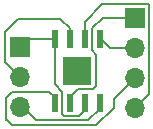
<source format=gtl>
G04 #@! TF.GenerationSoftware,KiCad,Pcbnew,5.0.1-33cea8e~68~ubuntu14.04.1*
G04 #@! TF.CreationDate,2018-11-10T00:57:04-08:00*
G04 #@! TF.ProjectId,flash-addon,666C6173682D6164646F6E2E6B696361,rev?*
G04 #@! TF.SameCoordinates,Original*
G04 #@! TF.FileFunction,Copper,L1,Top,Signal*
G04 #@! TF.FilePolarity,Positive*
%FSLAX46Y46*%
G04 Gerber Fmt 4.6, Leading zero omitted, Abs format (unit mm)*
G04 Created by KiCad (PCBNEW 5.0.1-33cea8e~68~ubuntu14.04.1) date Sat 10 Nov 2018 12:57:04 AM PST*
%MOMM*%
%LPD*%
G01*
G04 APERTURE LIST*
G04 #@! TA.AperFunction,ComponentPad*
%ADD10R,1.700000X1.700000*%
G04 #@! TD*
G04 #@! TA.AperFunction,ComponentPad*
%ADD11O,1.700000X1.700000*%
G04 #@! TD*
G04 #@! TA.AperFunction,SMDPad,CuDef*
%ADD12R,0.600000X1.550000*%
G04 #@! TD*
G04 #@! TA.AperFunction,SMDPad,CuDef*
%ADD13R,2.350000X2.350000*%
G04 #@! TD*
G04 #@! TA.AperFunction,Conductor*
%ADD14C,0.160000*%
G04 #@! TD*
G04 APERTURE END LIST*
D10*
G04 #@! TO.P,J13,1*
G04 #@! TO.N,vccC*
X147500000Y-87850000D03*
D11*
G04 #@! TO.P,J13,2*
G04 #@! TO.N,RESET*
X147500000Y-90390000D03*
G04 #@! TO.P,J13,3*
G04 #@! TO.N,GND*
X147500000Y-92930000D03*
G04 #@! TD*
D12*
G04 #@! TO.P,U4,1*
G04 #@! TO.N,705.3*
X150461980Y-92580440D03*
G04 #@! TO.P,U4,2*
G04 #@! TO.N,705.17*
X151731980Y-92580440D03*
G04 #@! TO.P,U4,3*
G04 #@! TO.N,vccC*
X153001980Y-92580440D03*
G04 #@! TO.P,U4,4*
G04 #@! TO.N,GND*
X154271980Y-92580440D03*
G04 #@! TO.P,U4,5*
G04 #@! TO.N,705.5*
X154271980Y-87180440D03*
G04 #@! TO.P,U4,6*
G04 #@! TO.N,705.1*
X153001980Y-87180440D03*
G04 #@! TO.P,U4,7*
G04 #@! TO.N,RESET*
X151731980Y-87180440D03*
G04 #@! TO.P,U4,8*
G04 #@! TO.N,vccC*
X150461980Y-87180440D03*
D13*
G04 #@! TO.P,U4,9*
G04 #@! TO.N,N/C*
X152366980Y-89880440D03*
G04 #@! TD*
D10*
G04 #@! TO.P,J1,1*
G04 #@! TO.N,705.17*
X157302200Y-85344000D03*
D11*
G04 #@! TO.P,J1,2*
G04 #@! TO.N,705.5*
X157302200Y-87884000D03*
G04 #@! TO.P,J1,3*
G04 #@! TO.N,705.3*
X157302200Y-90424000D03*
G04 #@! TO.P,J1,4*
G04 #@! TO.N,705.1*
X157302200Y-92964000D03*
G04 #@! TD*
D14*
G04 #@! TO.N,GND*
X147794000Y-92930000D02*
X147500000Y-92930000D01*
X153279510Y-94047910D02*
X148911910Y-94047910D01*
X154271980Y-93055440D02*
X153279510Y-94047910D01*
X148911910Y-94047910D02*
X147794000Y-92930000D01*
X154271980Y-92580440D02*
X154271980Y-93055440D01*
G04 #@! TO.N,vccC*
X148169560Y-87180440D02*
X147500000Y-87850000D01*
X150461980Y-87180440D02*
X148169560Y-87180440D01*
X153001980Y-93202760D02*
X153001980Y-92580440D01*
X152516840Y-93687900D02*
X153001980Y-93202760D01*
X151260438Y-93687900D02*
X152516840Y-93687900D01*
X151102060Y-93529522D02*
X151260438Y-93687900D01*
X150461980Y-91001438D02*
X151102060Y-91641518D01*
X151102060Y-91641518D02*
X151102060Y-93529522D01*
X150461980Y-87180440D02*
X150461980Y-91001438D01*
G04 #@! TO.N,RESET*
X146650001Y-89540001D02*
X147500000Y-90390000D01*
X146230340Y-89120340D02*
X146650001Y-89540001D01*
X146230340Y-86575900D02*
X146230340Y-89120340D01*
X147373340Y-85432900D02*
X146230340Y-86575900D01*
X150919440Y-85432900D02*
X147373340Y-85432900D01*
X151731980Y-86245440D02*
X150919440Y-85432900D01*
X151731980Y-87180440D02*
X151731980Y-86245440D01*
G04 #@! TO.N,705.1*
X158376201Y-84213999D02*
X154490121Y-84213999D01*
X158432201Y-84269999D02*
X158376201Y-84213999D01*
X158432201Y-91833999D02*
X158432201Y-84269999D01*
X157302200Y-92964000D02*
X158432201Y-91833999D01*
X153001980Y-85702140D02*
X153001980Y-87180440D01*
X154490121Y-84213999D02*
X153001980Y-85702140D01*
G04 #@! TO.N,705.3*
X155463240Y-92262960D02*
X157302200Y-90424000D01*
X150461980Y-92580440D02*
X150461980Y-92105440D01*
X150461980Y-92105440D02*
X150001980Y-91645440D01*
X150001980Y-91645440D02*
X146835160Y-91645440D01*
X146835160Y-91645440D02*
X146369999Y-92110601D01*
X146400520Y-93974920D02*
X146860260Y-94434660D01*
X146369999Y-93974920D02*
X146400520Y-93974920D01*
X146860260Y-94434660D02*
X153996762Y-94434660D01*
X146369999Y-92110601D02*
X146369999Y-93974920D01*
X155463240Y-92968182D02*
X155463240Y-92262960D01*
X153996762Y-94434660D02*
X155463240Y-92968182D01*
G04 #@! TO.N,705.5*
X154421860Y-87180440D02*
X154271980Y-87180440D01*
X155125420Y-87884000D02*
X154421860Y-87180440D01*
X157302200Y-87884000D02*
X155125420Y-87884000D01*
G04 #@! TO.N,705.17*
X153979880Y-88467342D02*
X153636980Y-88124442D01*
X153979880Y-91121542D02*
X153979880Y-88467342D01*
X153636980Y-86236438D02*
X154529418Y-85344000D01*
X153684282Y-91417140D02*
X153979880Y-91121542D01*
X154529418Y-85344000D02*
X157302200Y-85344000D01*
X152420280Y-91417140D02*
X153684282Y-91417140D01*
X153636980Y-88124442D02*
X153636980Y-86236438D01*
X151731980Y-92105440D02*
X152420280Y-91417140D01*
X151731980Y-92580440D02*
X151731980Y-92105440D01*
G04 #@! TD*
M02*

</source>
